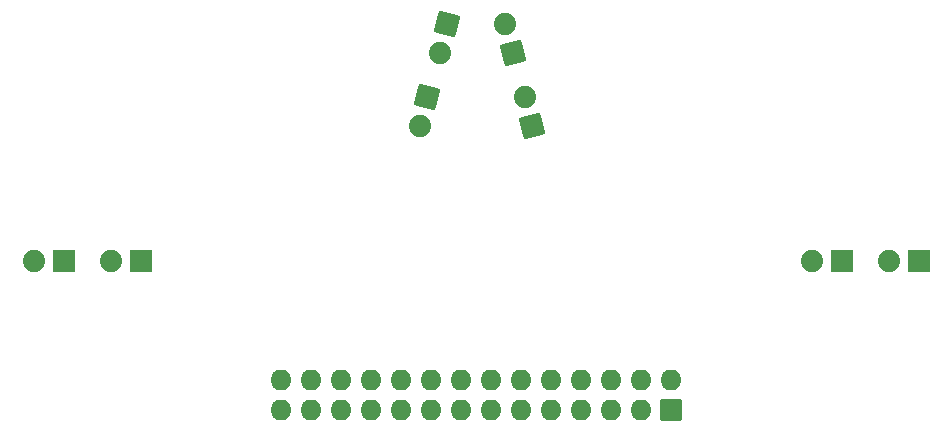
<source format=gbr>
%TF.GenerationSoftware,KiCad,Pcbnew,8.0.0*%
%TF.CreationDate,2024-03-23T23:06:13+02:00*%
%TF.ProjectId,test,74657374-2e6b-4696-9361-645f70636258,rev?*%
%TF.SameCoordinates,Original*%
%TF.FileFunction,Soldermask,Bot*%
%TF.FilePolarity,Negative*%
%FSLAX46Y46*%
G04 Gerber Fmt 4.6, Leading zero omitted, Abs format (unit mm)*
G04 Created by KiCad (PCBNEW 8.0.0) date 2024-03-23 23:06:13*
%MOMM*%
%LPD*%
G01*
G04 APERTURE LIST*
G04 Aperture macros list*
%AMRoundRect*
0 Rectangle with rounded corners*
0 $1 Rounding radius*
0 $2 $3 $4 $5 $6 $7 $8 $9 X,Y pos of 4 corners*
0 Add a 4 corners polygon primitive as box body*
4,1,4,$2,$3,$4,$5,$6,$7,$8,$9,$2,$3,0*
0 Add four circle primitives for the rounded corners*
1,1,$1+$1,$2,$3*
1,1,$1+$1,$4,$5*
1,1,$1+$1,$6,$7*
1,1,$1+$1,$8,$9*
0 Add four rect primitives between the rounded corners*
20,1,$1+$1,$2,$3,$4,$5,0*
20,1,$1+$1,$4,$5,$6,$7,0*
20,1,$1+$1,$6,$7,$8,$9,0*
20,1,$1+$1,$8,$9,$2,$3,0*%
G04 Aperture macros list end*
%ADD10RoundRect,0.040000X0.900000X0.900000X-0.900000X0.900000X-0.900000X-0.900000X0.900000X-0.900000X0*%
%ADD11C,1.880000*%
%ADD12RoundRect,0.040000X1.102270X-0.636396X0.636396X1.102270X-1.102270X0.636396X-0.636396X-1.102270X0*%
%ADD13RoundRect,0.040000X-0.636396X1.102270X-1.102270X-0.636396X0.636396X-1.102270X1.102270X0.636396X0*%
%ADD14RoundRect,0.040000X0.850000X-0.850000X0.850000X0.850000X-0.850000X0.850000X-0.850000X-0.850000X0*%
%ADD15O,1.780000X1.780000*%
G04 APERTURE END LIST*
D10*
%TO.C,CGQ2*%
X160825200Y-54559030D03*
D11*
X158285200Y-54559030D03*
%TD*%
D10*
%TO.C,U4*%
X226680404Y-54574658D03*
D11*
X224140404Y-54574658D03*
%TD*%
D12*
%TO.C,CGQ3*%
X193991153Y-43176498D03*
D11*
X193333753Y-40723046D03*
%TD*%
D10*
%TO.C,CGQ4*%
X220223258Y-54580179D03*
D11*
X217683258Y-54580179D03*
%TD*%
D12*
%TO.C,U3*%
X192309943Y-36940771D03*
D11*
X191652543Y-34487319D03*
%TD*%
D13*
%TO.C,U1*%
X186784954Y-34473617D03*
D11*
X186127554Y-36927069D03*
%TD*%
D13*
%TO.C,CGQ1*%
X185103013Y-40711603D03*
D11*
X184445613Y-43165055D03*
%TD*%
D10*
%TO.C,U2*%
X154311726Y-54563040D03*
D11*
X151771726Y-54563040D03*
%TD*%
D14*
%TO.C,J1*%
X205730422Y-67212480D03*
D15*
X205730422Y-64672480D03*
X203190422Y-67212480D03*
X203190422Y-64672480D03*
X200650422Y-67212480D03*
X200650422Y-64672480D03*
X198110422Y-67212480D03*
X198110422Y-64672480D03*
X195570422Y-67212480D03*
X195570422Y-64672480D03*
X193030422Y-67212480D03*
X193030422Y-64672480D03*
X190490422Y-67212480D03*
X190490422Y-64672480D03*
X187950422Y-67212480D03*
X187950422Y-64672480D03*
X185410422Y-67212480D03*
X185410422Y-64672480D03*
X182870422Y-67212480D03*
X182870422Y-64672480D03*
X180330422Y-67212480D03*
X180330422Y-64672480D03*
X177790422Y-67212480D03*
X177790422Y-64672480D03*
X175250422Y-67212480D03*
X175250422Y-64672480D03*
X172710422Y-67212480D03*
X172710422Y-64672480D03*
%TD*%
M02*

</source>
